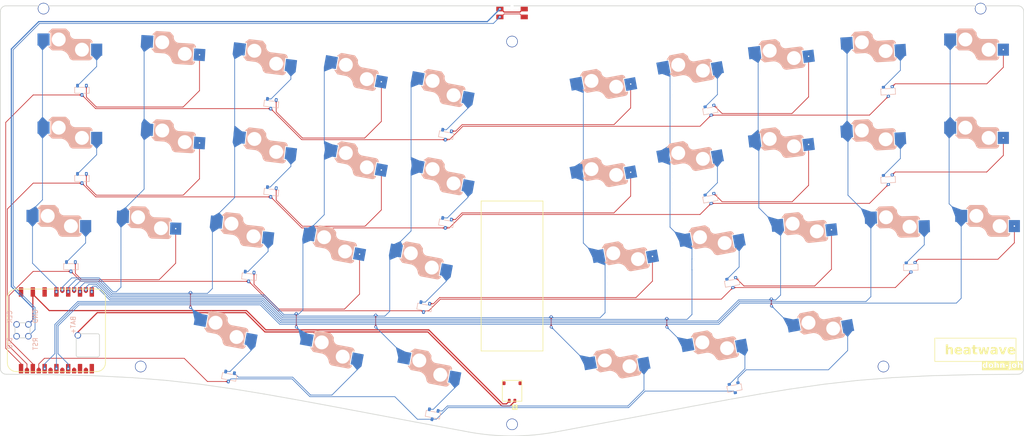
<source format=kicad_pcb>
(kicad_pcb (version 20241229) (generator "pcbnew") (generator_version "9.0")
  (title_block (title "prod") (rev "v1.0.0") (company "Unknown"))
  (layers (0 "F.Cu" signal) (2 "B.Cu" signal) (13 "F.Paste" user) (15 "B.Paste" user) (5 "F.SilkS" user "F.Silkscreen") (7 "B.SilkS" user "B.Silkscreen") (1 "F.Mask" user) (3 "B.Mask" user) (25 "Edge.Cuts" user))
  (net 0 "")
  (net 1 "R1")
  (net 2 "R3")
  (net 3 "C8")
  (net 4 "C9")
  (net 5 "C10")
  (net 6 "P0.05")
  (net 7 "P1.11")
  (net 8 "C7")
  (net 9 "C5")
  (net 10 "C3")
  (net 11 "C1")
  (net 12 "3V3")
  (net 13 "GND")
  (net 14 "5V")
  (net 15 "R2")
  (net 16 "R4")
  (net 17 "P1.01")
  (net 18 "P0.09")
  (net 19 "P0.10")
  (net 20 "C6")
  (net 21 "C4")
  (net 22 "C2")
  (net 23 "DIO")
  (net 24 "CLK")
  (net 25 "RST")
  (net 26 "BAT+")
  (net 27 "flex_thumb")
  (net 28 "mirror_flex_thumb")
  (net 29 "w_top")
  (net 30 "e_top")
  (net 31 "r_top")
  (net 32 "t_top")
  (net 33 "mirror_w_top")
  (net 34 "mirror_e_top")
  (net 35 "mirror_r_top")
  (net 36 "mirror_t_top")
  (net 37 "s_home")
  (net 38 "d_home")
  (net 39 "f_home")
  (net 40 "g_home")
  (net 41 "mirror_s_home")
  (net 42 "mirror_d_home")
  (net 43 "mirror_f_home")
  (net 44 "mirror_g_home")
  (net 45 "z_bottom")
  (net 46 "x_bottom")
  (net 47 "c_bottom")
  (net 48 "v_bottom")
  (net 49 "b_bottom")
  (net 50 "mirror_z_bottom")
  (net 51 "mirror_x_bottom")
  (net 52 "mirror_c_bottom")
  (net 53 "mirror_v_bottom")
  (net 54 "mirror_b_bottom")
  (net 55 "base_thumb")
  (net 56 "mirror_base_thumb")
  (net 57 "q_top")
  (net 58 "mirror_q_top")
  (net 59 "a_home")
  (net 60 "mirror_a_home")
  (net 61 "ext_thumb")
  (net 62 "mirror_ext_thumb")
  (footprint "sw_choc_1u" (layer "F.Cu") (at 120.53652 45.960283 10.5)
    (property "Reference" "SW28" (hide yes))
    (property "Value" "")
  )
  (footprint "sw_choc_1u" (layer "F.Cu") (at 60.770097 24.365756 -10.5)
    (property "Reference" "SW13" (hide yes))
    (property "Value" "")
  )
  (footprint "pcb_shape" (layer "F.Cu") (at 0 0)
    (property "Reference" "EC1" (hide yes))
    (property "Value" "")
    (fp_line (start -12.575 -11.949998) (end -12.575 64.911298) (stroke (width 0.15)) (layer "Edge.Cuts"))
    (fp_line (start -11.326101 66.161299) (end -1.03077 66.261528) (stroke (width 0.15)) (layer "Edge.Cuts"))
    (fp_line (start -11.324999 -13.2) (end 206.6232 -13.2) (stroke (width 0.15)) (layer "Edge.Cuts"))
    (fp_line (start -1.03077 66.261528) (end 7.901166 66.498377) (stroke (width 0.15)) (layer "Edge.Cuts"))
    (fp_line (start 7.901166 66.498377) (end 15.872508 66.901151) (stroke (width 0.15)) (layer "Edge.Cuts"))
    (fp_line (start 15.872508 66.901151) (end 23.281004 67.49891) (stroke (width 0.15)) (layer "Edge.Cuts"))
    (fp_line (start 23.281004 67.49891) (end 30.51736 68.319453) (stroke (width 0.15)) (layer "Edge.Cuts"))
    (fp_line (start 30.51736 68.319453) (end 37.971492 69.388457) (stroke (width 0.15)) (layer "Edge.Cuts"))
    (fp_line (start 37.971492 69.388457) (end 44.23959 70.419299) (stroke (width 0.15)) (layer "Edge.Cuts"))
    (fp_line (start 44.23959 70.419299) (end 51.08305 71.632118) (stroke (width 0.15)) (layer "Edge.Cuts"))
    (fp_line (start 51.08305 71.632118) (end 58.700691 73.040555) (stroke (width 0.15)) (layer "Edge.Cuts"))
    (fp_line (start 58.700691 73.040555) (end 67.291954 74.658596) (stroke (width 0.15)) (layer "Edge.Cuts"))
    (fp_line (start 67.291954 74.658596) (end 77.056506 76.500462) (stroke (width 0.15)) (layer "Edge.Cuts"))
    (fp_line (start 77.056506 76.500462) (end 88.193036 78.580246) (stroke (width 0.15)) (layer "Edge.Cuts"))
    (fp_line (start 118.241693 76.500462) (end 107.105152 78.580248) (stroke (width 0.15)) (layer "Edge.Cuts"))
    (fp_line (start 128.006245 74.658596) (end 118.241693 76.500462) (stroke (width 0.15)) (layer "Edge.Cuts"))
    (fp_line (start 136.597508 73.040555) (end 128.006245 74.658596) (stroke (width 0.15)) (layer "Edge.Cuts"))
    (fp_line (start 144.215149 71.632118) (end 136.597508 73.040555) (stroke (width 0.15)) (layer "Edge.Cuts"))
    (fp_line (start 151.058609 70.419299) (end 144.215149 71.632118) (stroke (width 0.15)) (layer "Edge.Cuts"))
    (fp_line (start 157.326707 69.388457) (end 151.058609 70.419299) (stroke (width 0.15)) (layer "Edge.Cuts"))
    (fp_line (start 164.780839 68.319453) (end 157.326707 69.388457) (stroke (width 0.15)) (layer "Edge.Cuts"))
    (fp_line (start 172.017195 67.49891) (end 164.780839 68.319453) (stroke (width 0.15)) (layer "Edge.Cuts"))
    (fp_line (start 179.425691 66.901151) (end 172.017195 67.49891) (stroke (width 0.15)) (layer "Edge.Cuts"))
    (fp_line (start 187.397033 66.498377) (end 179.425691 66.901151) (stroke (width 0.15)) (layer "Edge.Cuts"))
    (fp_line (start 196.328969 66.261528) (end 187.397033 66.498377) (stroke (width 0.15)) (layer "Edge.Cuts"))
    (fp_line (start 206.624415 66.161298) (end 196.328969 66.261528) (stroke (width 0.15)) (layer "Edge.Cuts"))
    (fp_line (start 207.8732 -11.95) (end 207.873199 64.9113) (stroke (width 0.15)) (layer "Edge.Cuts"))
    (fp_arc (start -12.575 -11.95) (mid -12.208883 -12.833883) (end -11.325 -13.2) (stroke (width 0.15)) (layer "Edge.Cuts"))
    (fp_arc (start -11.326101 66.1613) (mid -12.209662 65.794405) (end -12.575 64.910199) (stroke (width 0.15)) (layer "Edge.Cuts"))
    (fp_arc (start 107.105152 78.580248) (mid 97.649454 79.44917) (end 88.193744 78.580377) (stroke (width 0.15)) (layer "Edge.Cuts"))
    (fp_arc (start 206.6232 -13.2) (mid 207.507083 -12.833883) (end 207.8732 -11.95) (stroke (width 0.15)) (layer "Edge.Cuts"))
    (fp_arc (start 207.8732 64.9113) (mid 207.507083 65.795183) (end 206.6232 66.1613) (stroke (width 0.15)) (layer "Edge.Cuts"))
  )
  (footprint "sw_choc_1u" (layer "F.Cu") (at 21.937242 19.597681 -3.5)
    (property "Reference" "SW11" (hide yes))
    (property "Value" "")
  )
  (footprint "mounting_hole" (layer "F.Cu") (at 97.6491 -5.5)
    (property "Reference" "H2" (hide yes))
    (property "Value" "")
  )
  (footprint "sw_choc_1u" (layer "F.Cu") (at 41.426508 2.388493 -7)
    (property "Reference" "SW4" (hide yes))
    (property "Value" "")
  )
  (footprint "sw_choc_1u" (layer "F.Cu") (at 115.846259 8.828231 10.5)
    (property "Reference" "SW10" (hide yes))
    (property "Value" "")
  )
  (footprint "sw_choc_1.25u" (layer "F.Cu") (at 0 0)
    (property "Reference" "SW31" (hide yes))
    (property "Value" "")
  )
  (footprint "sw_choc_1u" (layer "F.Cu") (at 74.761679 45.960283 -10.5)
    (property "Reference" "SW23" (hide yes))
    (property "Value" "")
  )
  (footprint "mounting_hole" (layer "F.Cu") (at 97.6491 76.949)
    (property "Reference" "H5" (hide yes))
    (property "Value" "")
  )
  (footprint "sw_choc_1u" (layer "F.Cu") (at 153.871691 21.388493 7)
    (property "Reference" "SW16" (hide yes))
    (property "Value" "")
  )
  (footprint "sw_choc_1u" (layer "F.Cu") (at 158.722661 39.648093 6.125)
    (property "Reference" "SW26" (hide yes))
    (property "Value" "")
  )
  (footprint "sw_choc_1.25u" (layer "F.Cu") (at 195.298199 19)
    (property "Reference" "SW34" (hide yes))
    (property "Value" "")
  )
  (footprint "sw_choc_1u" (layer "F.Cu") (at 173.360957 0.59768 3.5)
    (property "Reference" "SW7" (hide yes))
    (property "Value" "")
  )
  (footprint "sw_choc_1u" (layer "F.Cu") (at 21.937242 0.59768 -3.5)
    (property "Reference" "SW3" (hide yes))
    (property "Value" "")
  )
  (footprint "sw_choc_1u" (layer "F.Cu") (at 173.360957 19.597681 3.5)
    (property "Reference" "SW15" (hide yes))
    (property "Value" "")
  )
  (footprint "conn_molex_pico_front" (layer "F.Cu") (at 97.6491 70 180)
    (property "Reference" "XX2" (hide yes))
    (property "Value" "")
  )
  (footprint "sw_choc_1u" (layer "F.Cu") (at 134.528102 24.365756 10.5)
    (property "Reference" "SW17" (hide yes))
    (property "Value" "")
  )
  (footprint "sw_choc_1.25u" (layer "F.Cu") (at 76.587554 69.04644 -10.5)
    (property "Reference" "SW35" (hide yes))
    (property "Value" "")
  )
  (footprint "sw_choc_1u" (layer "F.Cu") (at 60.770097 5.365756 -10.5)
    (property "Reference" "SW5" (hide yes))
    (property "Value" "")
  )
  (footprint "sw_choc_1u" (layer "F.Cu") (at 79.45194 27.828231 -10.5)
    (property "Reference" "SW14" (hide yes))
    (property "Value" "")
  )
  (footprint "sw_choc_1u" (layer "F.Cu") (at 56.079836 42.497808 -10.5)
    (property "Reference" "SW22" (hide yes))
    (property "Value" "")
  )
  (footprint "mounting_hole" (layer "F.Cu") (at 17.6491 64.5)
    (property "Reference" "H4" (hide yes))
    (property "Value" "")
  )
  (footprint "sw_choc_1u" (layer "F.Cu") (at 16.910685 38.294547 -1.75)
    (property "Reference" "SW20" (hide yes))
    (property "Value" "")
  )
  (footprint "sw_choc_1u" (layer "F.Cu") (at 134.528102 5.365756 10.5)
    (property "Reference" "SW9" (hide yes))
    (property "Value" "")
  )
  (footprint "choc" (layer "F.Cu") (at 162.588395 60.91418 10.5)
    (property "Reference" "SW2" (hide yes))
    (property "Value" "")
  )
  (footprint "xiao_plus_smd_prod" (layer "F.Cu") (at -0.4995 56.7 90)
    (property "Reference" "MCU1" (hide yes))
    (property "Value" "")
    (fp_line (start -1.244 -8.9275) (end 1.244 -8.9275) (stroke (width 0.15)) (layer "Edge.Cuts"))
    (fp_line (start 1.625 -8.5465) (end 1.625 -6.0585) (stroke (width 0.15)) (layer "Edge.Cuts"))
    (fp_line (start -1.625 -6.0585) (end -1.625 -8.5465) (stroke (width 0.15)) (layer "Edge.Cuts"))
    (fp_line (start 1.244 -5.6775) (end -1.244 -5.6775) (stroke (width 0.15)) (layer "Edge.Cuts"))
    (fp_line (start -5.35692 4.2702) (end -1.11892 4.2702) (stroke (width 0.15)) (layer "Edge.Cuts"))
    (fp_line (start -0.73792 4.6512) (end -0.73792 8.8892) (stroke (width 0.15)) (layer "Edge.Cuts"))
    (fp_line (start -5.73792 8.8892) (end -5.73792 4.6512) (stroke (width 0.15)) (layer "Edge.Cuts"))
    (fp_line (start -1.11892 9.2702) (end -5.35692 9.2702) (stroke (width 0.15)) (layer "Edge.Cuts"))
    (fp_arc (start 1.244 -8.9275) (mid 1.513408 -8.815908) (end 1.625 -8.5465) (stroke (width 0.15)) (layer "Edge.Cuts"))
    (fp_arc (start -1.625 -8.5465) (mid -1.513408 -8.815908) (end -1.244 -8.9275) (stroke (width 0.15)) (layer "Edge.Cuts"))
    (fp_arc (start 1.625 -6.0585) (mid 1.513408 -5.789092) (end 1.244 -5.6775) (stroke (width 0.15)) (layer "Edge.Cuts"))
    (fp_arc (start -1.244 -5.6775) (mid -1.513408 -5.789093) (end -1.624999 -6.058501) (stroke (width 0.15)) (layer "Edge.Cuts"))
    (fp_arc (start -1.11892 4.2702) (mid -0.849512 4.381792) (end -0.73792 4.6512) (stroke (width 0.15)) (layer "Edge.Cuts"))
    (fp_arc (start -5.73792 4.6512) (mid -5.626328 4.381792) (end -5.35692 4.2702) (stroke (width 0.15)) (layer "Edge.Cuts"))
    (fp_arc (start -0.73792 8.8892) (mid -0.849512 9.158608) (end -1.11892 9.2702) (stroke (width 0.15)) (layer "Edge.Cuts"))
    (fp_arc (start -5.35692 9.2702) (mid -5.626328 9.158608) (end -5.73792 8.8892) (stroke (width 0.15)) (layer "Edge.Cuts"))
  )
  (footprint "sw_reset_side" (layer "F.Cu") (at 97.6491 -11.65)
    (property "Reference" "XX1" (hide yes))
    (property "Value" "")
  )
  (footprint "sw_choc_1u" (layer "F.Cu") (at -2.375 38)
    (property "Reference" "SW19" (hide yes))
    (property "Value" "")
  )
  (footprint "sw_choc_1u" (layer "F.Cu") (at 79.45194 8.828231 -10.5)
    (property "Reference" "SW6" (hide yes))
    (property "Value" "")
  )
  (footprint "sw_choc_1u" (layer "F.Cu") (at 139.218364 42.497808 10.5)
    (property "Reference" "SW27" (hide yes))
    (property "Value" "")
  )
  (footprint "sw_choc_1.25u" (layer "F.Cu") (at 195.298199 0)
    (property "Reference" "SW32" (hide yes))
    (property "Value" "")
  )
  (footprint "sw_choc_1u" (layer "F.Cu") (at 178.387514 38.294547 1.75)
    (property "Reference" "SW25" (hide yes))
    (property "Value" "")
  )
  (footprint "sw_choc_1.25u" (layer "F.Cu") (at 118.710645 69.04644 10.5)
    (property "Reference" "SW36" (hide yes))
    (property "Value" "")
  )
  (footprint "sw_choc_1u" (layer "F.Cu") (at 41.426508 21.388493 -7)
    (property "Reference" "SW12" (hide yes))
    (property "Value" "")
  )
  (footprint "sw_choc_1u" (layer "F.Cu") (at 115.846259 27.828231 10.5)
    (property "Reference" "SW18" (hide yes))
    (property "Value" "")
  )
  (footprint "sw_choc_1u" (layer "F.Cu") (at 36.575538 39.648093 -6.125)
    (property "Reference" "SW21" (hide yes))
    (property "Value" "")
  )
  (footprint "mounting_hole" (layer "F.Cu") (at 198.5732 -12.6)
    (property "Reference" "H3" (hide yes))
    (property "Value" "")
  )
  (footprint "mounting_hole" (layer "F.Cu") (at 177.6491 64.5)
    (property "Reference" "H6" (hide yes))
    (property "Value" "")
  )
  (footprint "mounting_hole" (layer "F.Cu") (at -3.275 -12.6)
    (property "Reference" "H1" (hide yes))
    (property "Value" "")
  )
  (footprint "sw_choc_1u" (layer "F.Cu") (at 153.871691 2.388493 7)
    (property "Reference" "SW8" (hide yes))
    (property "Value" "")
  )
  (footprint "sw_choc_1u" (layer "F.Cu") (at 197.673199 38)
    (property "Reference" "SW24" (hide yes))
    (property "Value" "")
  )
  (footprint "sw_choc_1u" (layer "F.Cu") (at 55.57048 65.151156 -10.5)
    (property "Reference" "SW29" (hide yes))
    (property "Value" "")
  )
  (footprint "sw_choc_1u" (layer "F.Cu") (at 139.727719 65.151156 10.5)
    (property "Reference" "SW30" (hide yes))
    (property "Value" "")
  )
  (footprint "sw_choc_1.25u" (layer "F.Cu") (at 0 19)
    (property "Reference" "SW33" (hide yes))
    (property "Value" "")
  )
  (footprint "choc" (layer "F.Cu") (at 32.709804 60.91418 -10.5)
    (property "Reference" "SW1" (hide yes))
    (property "Value" "")
  )
  (footprint "SOT-23" (layer "B.Cu") (at 45.779892 26.96057 173)
    (property "Reference" "D5" (hide yes))
    (property "Value" "")
  )
  (footprint "SOT-23" (layer "B.Cu") (at 83.457037 14.655683 169.5)
    (property "Reference" "D3" (hide yes))
    (property "Value" "")
  )
  (footprint "SOT-23" (layer "B.Cu") (at 36.714901 66.741632 169.5)
    (property "Reference" "D10" (hide yes))
    (property "Value" "")
  )
  (footprint "SOT-23" (layer "B.Cu") (at 178.656874 24.283112 -176.5)
    (property "Reference" "D14" (hide yes))
    (property "Value" "")
  )
  (footprint "SOT-23" (layer "B.Cu") (at 140.355554 9.370853 -169.5)
    (property "Reference" "D13" (hide yes))
    (property "Value" "")
  )
  (footprint "SOT-23" (layer "B.Cu") (at 178.656874 5.283112 -176.5)
    (property "Reference" "D12" (hide yes))
    (property "Value" "")
  )
  (footprint "SOT-23" (layer "B.Cu") (at 80.592651 74.873893 169.5)
    (property "Reference" "D11" (hide yes))
    (property "Value" "")
  )
  (footprint "SOT-23" (layer "B.Cu") (at 5 5 180)
    (property "Reference" "D1" (hide yes))
    (property "Value" "")
  )
  (footprint "SOT-23" (layer "B.Cu") (at 145.555171 69.156253 -169.5)
    (property "Reference" "D18" (hide yes))
    (property "Value" "")
  )
  (footprint "SOT-23" (layer "B.Cu") (at 2.625 43 180)
    (property "Reference" "D7" (hide yes))
    (property "Value" "")
  )
  (footprint "SOT-23" (layer "B.Cu") (at 41.013505 45.15304 173.875)
    (property "Reference" "D8" (hide yes))
    (property "Value" "")
  )
  (footprint "SOT-23" (layer "B.Cu") (at 140.355554 28.370853 -169.5)
    (property "Reference" "D15" (hide yes))
    (property "Value" "")
  )
  (footprint "SOT-23" (layer "B.Cu") (at 78.766776 51.787735 169.5)
    (property "Reference" "D9" (hide yes))
    (property "Value" "")
  )
  (footprint "SOT-23" (layer "B.Cu") (at 45.779892 7.96057 173)
    (property "Reference" "D2" (hide yes))
    (property "Value" "")
  )
  (footprint "SOT-23" (layer "B.Cu") (at 183.537875 43.139522 -178.25)
    (property "Reference" "D16" (hide yes))
    (property "Value" "")
  )
  (footprint "SOT-23" (layer "B.Cu") (at 83.457037 33.655683 169.5)
    (property "Reference" "D6" (hide yes))
    (property "Value" "")
  )
  (footprint "SOT-23" (layer "B.Cu") (at 145.045816 46.502905 -169.5)
    (property "Reference" "D17" (hide yes))
    (property "Value" "")
  )
  (footprint "SOT-23" (layer "B.Cu") (at 5 24 180)
    (property "Reference" "D4" (hide yes))
    (property "Value" "")
  )
  (gr_line (start 104.2991 28.85) (end 90.9991 28.85) (stroke (width 0.15)) (layer "F.SilkS"))
  (gr_line (start 104.2991 61.15) (end 104.2991 28.85) (stroke (width 0.15)) (layer "F.SilkS"))
  (gr_line (start 90.9991 28.85) (end 90.9991 61.15) (stroke (width 0.15)) (layer "F.SilkS"))
  (gr_rect (start 188.7 58.4) (end 206.2 63.4) (stroke (width 0.15)) (fill no) (layer "F.SilkS"))
  (gr_line (start 90.9991 61.15) (end 104.2991 61.15) (stroke (width 0.15)) (layer "F.SilkS"))
  (gr_text "dohn-joh" (at 198.94425 64.99 0) (layer "F.SilkS" knockout) (effects (font (size 1.25 1.25) (thickness 0.3) (bold yes)) (justify left bottom)))
  (gr_text "heatwave" (at 190.85 62.2 0) (layer "F.SilkS") (effects (font (size 2 2) (thickness 0.3) (bold yes) (italic yes)) (justify left bottom)))
  (segment (start 45.658023 8.953116) (end 52.343845 15.638938) (width 0.15) (layer "F.Cu") (net 1))
  (segment (start 174.645062 10.354108) (end 178.717923 6.281247) (width 0.15) (layer "F.Cu") (net 1))
  (segment (start -11.417661 60.582339) (end -8.116 63.884) (width 0.15) (layer "F.Cu") (net 1))
  (segment (start -5.5 6) (end -11.417661 11.917661) (width 0.15) (layer "F.Cu") (net 1))
  (segment (start -8.116 63.884) (end -8.116 64.955) (width 0.15) (layer "F.Cu") (net 1))
  (segment (start 5 6) (end 7.953116 8.953116) (width 0.15) (layer "F.Cu") (net 1))
  (segment (start 84.161062 15.638938) (end 87.049 12.751) (width 0.15) (layer "F.Cu") (net 1))
  (segment (start 52.343845 15.638938) (end 83.274801 15.638938) (width 0.15) (layer "F.Cu") (net 1))
  (segment (start 83.274801 15.638938) (end 84.161062 15.638938) (width 0.15) (layer "F.Cu") (net 1))
  (segment (start 140.53779 10.354108) (end 174.645062 10.354108) (width 0.15) (layer "F.Cu") (net 1))
  (segment (start 87.049 12.751) (end 138.140898 12.751) (width 0.15) (layer "F.Cu") (net 1))
  (segment (start 138.140898 12.751) (end 140.53779 10.354108) (width 0.15) (layer "F.Cu") (net 1))
  (segment (start -11.417661 11.917661) (end -11.417661 60.582339) (width 0.15) (layer "F.Cu") (net 1))
  (segment (start 5 6) (end -5.5 6) (width 0.15) (layer "F.Cu") (net 1))
  (segment (start 7.953116 8.953116) (end 45.658023 8.953116) (width 0.15) (layer "F.Cu") (net 1))
  (via (at 5 6) (size 0.6) (drill 0.3) (layers "F.Cu" "B.Cu") (net 1))
  (via (at 83.274801 15.638938) (size 0.6) (drill 0.3) (layers "F.Cu" "B.Cu") (net 1))
  (via (at 45.658023 8.953116) (size 0.6) (drill 0.3) (layers "F.Cu" "B.Cu") (net 1))
  (via (at 140.53779 10.354108) (size 0.6) (drill 0.3) (layers "F.Cu" "B.Cu") (net 1))
  (via (at 178.717923 6.281247) (size 0.6) (drill 0.3) (layers "F.Cu" "B.Cu") (net 1))
  (segment (start 82.2 50) (end 79.712646 52.487354) (width 0.15) (layer "F.Cu") (net 2))
  (segment (start -5.5 44) (end -10.715661 49.215661) (width 0.15) (layer "F.Cu") (net 2))
  (segment (start 79.712646 52.487354) (end 78.868176 52.487354) (width 0.15) (layer "F.Cu") (net 2))
  (segment (start 4.772331 46.147331) (end 40.906807 46.147331) (width 0.15) (layer "F.Cu") (net 2))
  (segment (start 142.714212 50) (end 82.2 50) (width 0.15) (layer "F.Cu") (net 2))
  (segment (start 2.625 44) (end 4.772331 46.147331) (width 0.15) (layer "F.Cu") (net 2))
  (segment (start 145.228052 47.48616) (end 142.714212 50) (width 0.15) (layer "F.Cu") (net 2))
  (segment (start 78.868176 52.487354) (end 78.58454 52.77099) (width 0.15) (layer "F.Cu") (net 2))
  (segment (start 40.906807 46.147331) (end 47.24683 52.487354) (width 0.15) (layer "F.Cu") (net 2))
  (segment (start 2.625 44) (end -5.5 44) (width 0.15) (layer "F.Cu") (net 2))
  (segment (start 145.228052 47.48616) (end 180.22131 47.48616) (width 0.15) (layer "F.Cu") (net 2))
  (segment (start -5.576 63.924) (end -5.576 64.955) (width 0.15) (layer "F.Cu") (net 2))
  (segment (start 180.22131 47.48616) (end 183.568414 44.139056) (width 0.15) (layer "F.Cu") (net 2))
  (segment (start 47.24683 52.487354) (end 78.300904 52.487354) (width 0.15) (layer "F.Cu") (net 2))
  (segment (start -10.715661 49.215661) (end -10.715661 58.784339) (width 0.15) (layer "F.Cu") (net 2))
  (segment (start -10.715661 58.784339) (end -5.576 63.924) (width 0.15) (layer "F.Cu") (net 2))
  (segment (start 78.300904 52.487354) (end 78.58454 52.77099) (width 0.15) (layer "F.Cu") (net 2))
  (via (at 145.228052 47.48616) (size 0.6) (drill 0.3) (layers "F.Cu" "B.Cu") (net 2))
  (via (at 78.58454 52.77099) (size 0.6) (drill 0.3) (layers "F.Cu" "B.Cu") (net 2))
  (via (at 2.625 44) (size 0.6) (drill 0.3) (layers "F.Cu" "B.Cu") (net 2))
  (via (at 40.906807 46.147331) (size 0.6) (drill 0.3) (layers "F.Cu" "B.Cu") (net 2))
  (via (at 183.568414 44.139056) (size 0.6) (drill 0.3) (layers "F.Cu" "B.Cu") (net 2))
  (segment (start 153.5 49.925) (end 153.5 51.426) (width 0.15) (layer "F.Cu") (net 3))
  (via (at 153.5 49.925) (size 0.6) (drill 0.3) (layers "F.Cu" "B.Cu") (net 3))
  (via (at 153.5 51.426) (size 0.6) (drill 0.3) (layers "F.Cu" "B.Cu") (net 3))
  (via (at -3.036 64.955) (size 0.6) (drill 0.3) (layers "F.Cu" "B.Cu") (net 3))
  (segment (start 153.724 50.149) (end 153.5 49.925) (width 0.15) (layer "B.Cu") (net 3))
  (segment (start 146.458222 50.149) (end 141.909223 54.698) (width 0.15) (layer "B.Cu") (net 3))
  (segment (start 149.89598 15.881965) (end 150.666587 15.111358) (width 0.15) (layer "B.Cu") (net 3))
  (segment (start 154.451 50.149) (end 153.724 50.149) (width 0.15) (layer "B.Cu") (net 3))
  (segment (start 150.666587 15.111358) (end 150.666587 -2.347428) (width 0.15) (layer "B.Cu") (net 3))
  (segment (start 4.109224 50.498) (end -0.847 55.454224) (width 0.15) (layer "B.Cu") (net 3))
  (segment (start 150.8 30.298105) (end 154.583389 34.081494) (width 0.15) (layer "B.Cu") (net 3))
  (segment (start -0.847 61.747) (end -3.036 63.936) (width 0.15) (layer "B.Cu") (net 3))
  (segment (start 153.276 50.149) (end 146.458222 50.149) (width 0.15) (layer "B.Cu") (net 3))
  (segment (start 154.831504 34.081494) (end 155.5 34.74999) (width 0.15) (layer "B.Cu") (net 3))
  (segment (start 47.890776 54.698) (end 43.690776 50.498) (width 0.15) (layer "B.Cu") (net 3))
  (segment (start -0.847 55.454224) (end -0.847 61.747) (width 0.15) (layer "B.Cu") (net 3))
  (segment (start 154.583389 34.081494) (end 154.831504 34.081494) (width 0.15) (layer "B.Cu") (net 3))
  (segment (start 150.666587 -2.347428) (end 149.89598 -3.118035) (width 0.15) (layer "B.Cu") (net 3))
  (segment (start 157.760635 55.660635) (end 158.283934 55.660635) (width 0.15) (layer "B.Cu") (net 3))
  (segment (start 149.89598 15.881965) (end 150.8 16.785985) (width 0.15) (layer "B.Cu") (net 3))
  (segment (start 153.526 51.426) (end 157.760635 55.660635) (width 0.15) (layer "B.Cu") (net 3))
  (segment (start -3.036 63.936) (end -3.036 64.955) (width 0.15) (layer "B.Cu") (net 3))
  (segment (start 150.8 16.785985) (end 150.8 30.298105) (width 0.15) (layer "B.Cu") (net 3))
  (segment (start 141.909223 54.698) (end 47.890776 54.698) (width 0.15) (layer "B.Cu") (net 3))
  (segment (start 155.5 49.1) (end 154.451 50.149) (width 0.15) (layer "B.Cu") (net 3))
  (segment (start 43.690776 50.498) (end 4.109224 50.498) (width 0.15) (layer "B.Cu") (net 3))
  (segment (start 153.5 49.925) (end 153.276 50.149) (width 0.15) (layer "B.Cu") (net 3))
  (segment (start 155.5 34.74999) (end 155.5 49.1) (width 0.15) (layer "B.Cu") (net 3))
  (via (at -0.496 64.955) (size 0.6) (drill 0.3) (layers "F.Cu" "B.Cu") (net 4))
  (segment (start 173.9 50.5) (end 146.603611 50.5) (width 0.15) (layer "B.Cu") (net 4))
  (segment (start 142.054612 55.049) (end 47.745387 55.049) (width 0.15) (layer "B.Cu") (net 4))
  (segment (start 169.814683 -5.055432) (end 169.728827 -5.141288) (width 0.15) (layer "B.Cu") (net 4))
  (segment (start 169.814683 13.772857) (end 169.814683 -5.055432) (width 0.15) (layer "B.Cu") (net 4))
  (segment (start 4.254612 50.849) (end -0.496 55.599612) (width 0.15) (layer "B.Cu") (net 4))
  (segment (start 170 14.129886) (end 170 27.6) (width 0.15) (layer "B.Cu") (net 4))
  (segment (start -0.496 55.599612) (end -0.496 64.955) (width 0.15) (layer "B.Cu") (net 4))
  (segment (start 174.932337 32.447336) (end 174.932337 49.467663) (width 0.15) (layer "B.Cu") (net 4))
  (segment (start 169.728827 13.858713) (end 169.814683 13.772857) (width 0.15) (layer "B.Cu") (net 4))
  (segment (start 43.545388 50.849) (end 4.254612 50.849) (width 0.15) (layer "B.Cu") (net 4))
  (segment (start 169.728827 13.858713) (end 170 14.129886) (width 0.15) (layer "B.Cu") (net 4))
  (segment (start 174.847336 32.447336) (end 174.932337 32.447336) (width 0.15) (layer "B.Cu") (net 4))
  (segment (start 170 27.6) (end 174.847336 32.447336) (width 0.15) (layer "B.Cu") (net 4))
  (segment (start 174.932337 49.467663) (end 173.9 50.5) (width 0.15) (layer "B.Cu") (net 4))
  (segment (start 146.603611 50.5) (end 142.054612 55.049) (width 0.15) (layer "B.Cu") (net 4))
  (segment (start 47.745387 55.049) (end 43.545388 50.849) (width 0.15) (layer "B.Cu") (net 4))
  (via (at 2.044 64.955) (size 0.6) (drill 0.3) (layers "F.Cu" "B.Cu") (net 5))
  (segment (start 194.398199 49.801801) (end 193.349 50.851) (width 0.15) (layer "B.Cu") (net 5))
  (segment (start -0.145 61.755) (end 2.044 63.944) (width 0.15) (layer "B.Cu") (net 5))
  (segment (start 43.4 51.2) (end 4.4 51.2) (width 0.15) (layer "B.Cu") (net 5))
  (segment (start 2.044 63.944) (end 2.044 64.955) (width 0.15) (layer "B.Cu") (net 5))
  (segment (start 191.8 29.451801) (end 194.398199 32.05) (width 0.15) (layer "B.Cu") (net 5))
  (segment (start 47.599999 55.4) (end 43.4 51.2) (width 0.15) (layer "B.Cu") (net 5))
  (segment (start 191.8 13.273199) (end 191.8 29.451801) (width 0.15) (layer "B.Cu") (net 5))
  (segment (start -0.145 55.745) (end -0.145 61.755) (width 0.15) (layer "B.Cu") (net 5))
  (segment (start 192.023199 13.05) (end 191.8 13.273199) (width 0.15) (layer "B.Cu") (net 5))
  (segment (start 192.023199 13.05) (end 192.023199 -5.95) (width 0.15) (layer "B.Cu") (net 5))
  (segment (start 142.2 55.4) (end 47.599999 55.4) (width 0.15) (layer "B.Cu") (net 5))
  (segment (start 4.4 51.2) (end -0.145 55.745) (width 0.15) (layer "B.Cu") (net 5))
  (segment (start 194.398199 32.05) (end 194.398199 49.801801) (width 0.15) (layer "B.Cu") (net 5))
  (segment (start 193.349 50.851) (end 146.749 50.851) (width 0.15) (layer "B.Cu") (net 5))
  (segment (start 146.749 50.851) (end 142.2 55.4) (width 0.15) (layer "B.Cu") (net 5))
  (segment (start 130.975 54.123) (end 130.975 55.975) (width 0.15) (layer "F.Cu") (net 8))
  (via (at 130.975 55.975) (size 0.6) (drill 0.3) (layers "F.Cu" "B.Cu") (net 8))
  (via (at 7.124 48.445) (size 0.6) (drill 0.3) (layers "F.Cu" "B.Cu") (net 8))
  (via (at 130.975 54.123) (size 0.6) (drill 0.3) (layers "F.Cu" "B.Cu") (net 8))
  (segment (start 10.961446 50.147) (end 43.836164 50.147) (width 0.15) (layer "B.Cu") (net 8))
  (segment (start 131.68034 1.56891) (end 130.223641 0.112211) (width 0.15) (layer "B.Cu") (net 8))
  (segment (start 131.68034 17.21966) (end 131.68034 1.56891) (width 0.15) (layer "B.Cu") (net 8))
  (segment (start 8.014446 47.2) (end 10.961446 50.147) (width 0.15) (layer "B.Cu") (net 8))
  (segment (start 136.4 53.3) (end 135.353 54.347) (width 0.15) (layer "B.Cu") (net 8))
  (segment (start 134.444064 37.244263) (end 134.913903 37.244263) (width 0.15) (layer "B.Cu") (net 8))
  (segment (start 105.836412 54.348) (end 106.313588 54.348) (width 0.15) (layer "B.Cu") (net 8))
  (segment (start 131.199 54.347) (end 130.975 54.123) (width 0.15) (layer "B.Cu") (net 8))
  (segment (start 105.835412 54.347) (end 105.836412 54.348) (width 0.15) (layer "B.Cu") (net 8))
  (segment (start 135.353 54.347) (end 131.199 54.347) (width 0.15) (layer "B.Cu") (net 8))
  (segment (start 131.68034 20.56891) (end 131.68034 34.480539) (width 0.15) (layer "B.Cu") (net 8))
  (segment (start 106.314588 54.347) (end 130.751 54.347) (width 0.15) (layer "B.Cu") (net 8))
  (segment (start 130.223641 19.112211) (end 130.223641 18.676359) (width 0.15) (layer "B.Cu") (net 8))
  (segment (start 136.388364 41.325584) (end 136.388364 43.670032) (width 0.15) (layer "B.Cu") (net 8))
  (segment (start 133.9 58.9) (end 134.425647 58.9) (width 0.15) (layer "B.Cu") (net 8))
  (segment (start 130.751 54.347) (end 130.975 54.123) (width 0.15) (layer "B.Cu") (net 8))
  (segment (start 130.223641 18.676359) (end 131.68034 17.21966) (width 0.15) (layer "B.Cu") (net 8))
  (segment (start 131.68034 34.480539) (end 134.444064 37.244263) (width 0.15) (layer "B.Cu") (net 8))
  (segment (start 134.913903 37.244263) (end 136.4 38.73036) (width 0.15) (layer "B.Cu") (net 8))
  (segment (start 134.425647 58.9) (end 135.423258 59.897611) (width 0.15) (layer "B.Cu") (net 8))
  (segment (start 106.313588 54.348) (end 106.314588 54.347) (width 0.15) (layer "B.Cu") (net 8))
  (segment (start 130.223641 19.112211) (end 131.68034 20.56891) (width 0.15) (layer "B.Cu") (net 8))
  (segment (start 136.388364 43.670032) (end 136.4 43.681668) (width 0.15) (layer "B.Cu") (net 8))
  (segment (start 7.35 47.2) (end 8.014446 47.2) (width 0.15) (layer "B.Cu") (net 8))
  (segment (start 7.124 48.445) (end 7.124 47.426) (width 0.15) (layer "B.Cu") (net 8))
  (segment (start 136.4 41.313948) (end 136.388364 41.325584) (width 0.15) (layer "B.Cu") (net 8))
  (segment (start 48.036164 54.347) (end 105.835412 54.347) (width 0.15) (layer "B.Cu") (net 8))
  (segment (start 136.4 43.681668) (end 136.4 53.3) (width 0.15) (layer "B.Cu") (net 8))
  (segment (start 136.4 38.73036) (end 136.4 41.313948) (width 0.15) (layer "B.Cu") (net 8))
  (segment (start 7.124 47.426) (end 7.35 47.2) (width 0.15) (layer "B.Cu") (net 8))
  (segment (start 130.975 55.975) (end 133.9 58.9) (width 0.15) (layer "B.Cu") (net 8))
  (segment (start 43.836164 50.147) (end 48.036164 54.347) (width 0.15) (layer "B.Cu") (net 8))
  (segment (start 68.275 53.421) (end 68.275 55.975) (width 0.15) (layer "F.Cu") (net 9))
  (via (at 68.275 53.421) (size 0.6) (drill 0.3) (layers "F.Cu" "B.Cu") (net 9))
  (via (at 68.275 55.975) (size 0.6) (drill 0.3) (layers "F.Cu" "B.Cu") (net 9))
  (via (at 4.584 48.445) (size 0.6) (drill 0.3) (layers "F.Cu" "B.Cu") (net 9))
  (segment (start 71.3 40.838916) (end 72.625821 39.513095) (width 0.15) (layer "B.Cu") (net 9))
  (segment (start 72.625821 38.574179) (end 72.625821 39.513095) (width 0.15) (layer "B.Cu") (net 9))
  (segment (start 70.255 53.645) (end 71.3 52.6) (width 0.15) (layer "B.Cu") (net 9))
  (segment (start 75.9 35.3) (end 72.625821 38.574179) (width 0.15) (layer "B.Cu") (net 9))
  (segment (start 68.499 53.645) (end 70.255 53.645) (width 0.15) (layer "B.Cu") (net 9))
  (segment (start 75.9 3.797125) (end 77.316082 2.381043) (width 0.15) (layer "B.Cu") (net 9))
  (segment (start 68.275 53.421) (end 68.051 53.645) (width 0.15) (layer "B.Cu") (net 9))
  (segment (start 77.316082 21.381043) (end 75.9 19.964961) (width 0.15) (layer "B.Cu") (net 9))
  (segment (start 11.252224 49.445) (end 8.260225 46.453) (width 0.15) (layer "B.Cu") (net 9))
  (segment (start 44.12694 49.445) (end 11.252224 49.445) (width 0.15) (layer "B.Cu") (net 9))
  (segment (start 68.051 53.645) (end 48.326941 53.645) (width 0.15) (layer "B.Cu") (net 9))
  (segment (start 4.584 47.416) (end 4.584 48.445) (width 0.15) (layer "B.Cu") (net 9))
  (segment (start 68.275 53.421) (end 68.499 53.645) (width 0.15) (layer "B.Cu") (net 9))
  (segment (start 68.275 55.975) (end 74.451696 62.151696) (width 0.15) (layer "B.Cu") (net 9))
  (segment (start 75.9 19.964961) (end 75.9 3.797125) (width 0.15) (layer "B.Cu") (net 9))
  (segment (start 75.9 22.797125) (end 75.9 35.3) (width 0.15) (layer "B.Cu") (net 9))
  (segment (start 74.451696 62.151696) (end 74.451696 62.599252) (width 0.15) (layer "B.Cu") (net 9))
  (segment (start 71.3 52.6) (end 71.3 40.838916) (width 0.15) (layer "B.Cu") (net 9))
  (segment (start 8.260225 46.453) (end 5.547 46.453) (width 0.15) (layer "B.Cu") (net 9))
  (segment (start 48.326941 53.645) (end 44.12694 49.445) (width 0.15) (layer "B.Cu") (net 9))
  (segment (start 5.547 46.453) (end 4.584 47.416) (width 0.15) (layer "B.Cu") (net 9))
  (segment (start 77.316082 21.381043) (end 75.9 22.797125) (width 0.15) (layer "B.Cu") (net 9))
  (segment (start 28.375 48.519) (end 28.375 51.775) (width 0.15) (layer "F.Cu") (net 10))
  (via (at 2.044 48.445) (size 0.6) (drill 0.3) (layers "F.Cu" "B.Cu") (net 10))
  (via (at 28.375 48.519) (size 0.6) (drill 0.3) (layers "F.Cu" "B.Cu") (net 10))
  (via (at 28.375 51.775) (size 0.6) (drill 0.3) (layers "F.Cu" "B.Cu") (net 10))
  (segment (start 33.1 47.7) (end 33.1 34.236709) (width 0.15) (layer "B.Cu") (net 10))
  (segment (start 28.375 48.519) (end 28.599 48.743) (width 0.15) (layer "B.Cu") (net 10))
  (segment (start 33.954086 32.045914) (end 33.954086 33.382623) (width 0.15) (layer "B.Cu") (net 10))
  (segment (start 37.9 15.7) (end 37.9 28.1) (width 0.15) (layer "B.Cu") (net 10))
  (segment (start 28.151 48.743) (end 11.543 48.743) (width 0.15) (layer "B.Cu") (net 10))
  (segment (start 8.551 45.751) (end 3.749 45.751) (width 0.15) (layer "B.Cu") (net 10))
  (segment (start 38.516279 15.083721) (end 37.9 15.7) (width 0.15) (layer "B.Cu") (net 10))
  (segment (start 38.901042 15.083721) (end 38.516279 15.083721) (width 0.15) (layer "B.Cu") (net 10))
  (segment (start 11.543 48.743) (end 8.551 45.751) (width 0.15) (layer "B.Cu") (net 10))
  (segment (start 30.573946 53.973946) (end 30.573946 54.466992) (width 0.15) (layer "B.Cu") (net 10))
  (segment (start 28.375 51.775) (end 30.573946 53.973946) (width 0.15) (layer "B.Cu") (net 10))
  (segment (start 28.599 48.743) (end 32.057 48.743) (width 0.15) (layer "B.Cu") (net 10))
  (segment (start 37.9 -2.915237) (end 37.9 14.082679) (width 0.15) (layer "B.Cu") (net 10))
  (segment (start 2.044 47.456) (end 2.044 48.445) (width 0.15) (layer "B.Cu") (net 10))
  (segment (start 37.9 28.1) (end 33.954086 32.045914) (width 0.15) (layer "B.Cu") (net 10))
  (segment (start 3.749 45.751) (end 2.044 47.456) (width 0.15) (layer "B.Cu") (net 10))
  (segment (start 37.9 14.082679) (end 38.901042 15.083721) (width 0.15) (layer "B.Cu") (net 10))
  (segment (start 32.057 48.743) (end 33.1 47.7) (width 0.15) (layer "B.Cu") (net 10))
  (segment (start 28.375 48.519) (end 28.151 48.743) (width 0.15) (layer "B.Cu") (net 10))
  (segment (start 33.1 34.236709) (end 33.954086 33.382623) (width 0.15) (layer "B.Cu") (net 10))
  (segment (start 38.901042 -3.916279) (end 37.9 -2.915237) (width 0.15) (layer "B.Cu") (net 10))
  (via (at -0.496 48.445) (size 0.6) (drill 0.3) (layers "F.Cu" "B.Cu") (net 11))
  (segment (start -3.5 13.275) (end -3.5 28.6) (width 0.15) (layer "B.Cu") (net 11))
  (segment (start -3.5 28.6) (end -5.65 30.75) (width 0.15) (layer "B.Cu") (net 11))
  (segment (start -5.65 42.25) (end -0.496 47.404) (width 0.15) (layer "B.Cu") (net 11))
  (segment (start -3.275 13.05) (end -3.5 12.825) (width 0.15) (layer "B.Cu") (net 11))
  (segment (start -3.5 12.825) (end -3.5 -5.725) (width 0.15) (layer "B.Cu") (net 11))
  (segment (start -3.5 -5.725) (end -3.275 -5.95) (width 0.15) (layer "B.Cu") (net 11))
  (segment (start -5.65 30.75) (end -5.65 32.05) (width 0.15) (layer "B.Cu") (net 11))
  (segment (start -3.275 13.05) (end -3.5 13.275) (width 0.15) (layer "B.Cu") (net 11))
  (segment (start -5.65 32.05) (end -5.65 42.25) (width 0.15) (layer "B.Cu") (net 11))
  (segment (start -0.496 47.404) (end -0.496 48.445) (width 0.15) (layer "B.Cu") (net 11))
  (segment (start 95.3 -12.5) (end 95.949 -11.851) (width 0.25) (layer "F.Cu") (net 13))
  (segment (start -5.576 48.924) (end -5.576 48.445) (width 0.25) (layer "F.Cu") (net 13))
  (segment (start 95.649 72.549) (end 79.7 56.6) (width 0.25) (layer "F.Cu") (net 13))
  (segment (start -2.051 52.449) (end -5.576 48.924) (width 0.25) (layer "F.Cu") (net 13))
  (segment (start -5.576 54.474) (end -6.532 55.43) (width 0.25) (layer "F.Cu") (net 13))
  (segment (start 97.0491 71.875) (end 97.0491 71.9509) (width 0.25) (layer "F.Cu") (net 13))
  (segment (start 40.449 52.449) (end -2.051 52.449) (width 0.25) (layer "F.Cu") (net 13))
  (segment (start 96.451 72.549) (end 95.649 72.549) (width 0.25) (layer "F.Cu") (net 13))
  (segment (start 97.0491 71.9509) (end 96.451 72.549) (width 0.25) (layer "F.Cu") (net 13))
  (segment (start 44.6 56.6) (end 40.449 52.449) (width 0.25) (layer "F.Cu") (net 13))
  (segment (start 95.949 -11.851) (end 99.351 -11.851) (width 0.25) (layer "F.Cu") (net 13))
  (segment (start 95.0241 -12.5) (end 95.3 -12.5) (width 0.25) (layer "F.Cu") (net 13))
  (segment (start 99.351 -11.851) (end 100 -12.5) (width 0.25) (layer "F.Cu") (net 13))
  (segment (start -5.576 48.445) (end -5.576 54.474) (width 0.25) (layer "F.Cu") (net 13))
  (segment (start 79.7 56.6) (end 44.6 56.6) (width 0.25) (layer "F.Cu") (net 13))
  (segment (start 100 -12.5) (end 100.2741 -12.5) (width 0.25) (layer "F.Cu") (net 13))
  (via (at 95.0241 -12.5) (size 0.6) (drill 0.3) (layers "F.Cu" "B.Cu") (net 13))
  (segment (start -4.3 -9.8) (end -10.201 -3.899) (width 0.25) (layer "B.Cu") (net 13))
  (segment (start -5.501 54.399) (end -6.532 55.43) (width 0.25) (layer "B.Cu") (net 13))
  (segment (start -5.501 51.9661) (end -5.501 54.399) (width 0.25) (layer "B.Cu") (net 13))
  (segment (start -10.201 -3.899) (end -10.201 47.2661) (width 0.25) (layer "B.Cu") (net 13))
  (segment (start 92.3241 -9.8) (end -4.3 -9.8) (width 0.25) (layer "B.Cu") (net 13))
  (segment (start -10.201 47.2661) (end -5.501 51.9661) (width 0.25) (layer "B.Cu") (net 13))
  (segment (start 95.0241 -12.5) (end 92.3241 -9.8) (width 0.25) (layer "B.Cu") (net 13))
  (segment (start -6.846 63.954) (end -6.846 65.355) (width 0.15) (layer "F.Cu") (net 15))
  (segment (start 84.133353 34.638938) (end 87.021291 31.751) (width 0.15) (layer "F.Cu") (net 15))
  (segment (start 83.274801 34.638938) (end 52.343845 34.638938) (width 0.15) (layer "F.Cu") (net 15))
  (segment (start 87.021291 31.751) (end 138.140898 31.751) (width 0.15) (layer "F.Cu") (net 15))
  (segment (start -11.066661 59.733339) (end -6.846 63.954) (width 0.15) (layer "F.Cu") (net 15))
  (segment (start 7.953116 27.953116) (end 45.658023 27.953116) (width 0.15) (layer "F.Cu") (net 15))
  (segment (start 83.274801 34.638938) (end 84.133353 34.638938) (width 0.15) (layer "F.Cu") (net 15))
  (segment (start 138.140898 31.751) (end 140.53779 29.354108) (width 0.15) (layer "F.Cu") (net 15))
  (segment (start -5.5 25) (end -11.066661 30.566661) (width 0.15) (layer "F.Cu") (net 15))
  (segment (start 52.343845 34.638938) (end 45.658023 27.953116) (width 0.15) (layer "F.Cu") (net 15))
  (segment (start 140.53779 29.354108) (end 174.645062 29.354108) (width 0.15) (layer "F.Cu") (net 15))
  (segment (start 5 25) (end 7.953116 27.953116) (width 0.15) (layer "F.Cu") (net 15))
  (segment (start 174.645062 29.354108) (end 178.717923 25.281247) (width 0.15) (layer "F.Cu") (net 15))
  (segment (start 5 25) (end -5.5 25) (width 0.15) (layer "F.Cu") (net 15))
  (segment (start -11.066661 30.566661) (end -11.066661 59.733339) (width 0.15) (layer "F.Cu") (net 15))
  (via (at 178.717923 25.281247) (size 0.6) (drill 0.3) (layers "F.Cu" "B.Cu") (net 15))
  (via (at 5 25) (size 0.6) (drill 0.3) (layers "F.Cu" "B.Cu") (net 15))
  (via (at 140.53779 29.354108) (size 0.6) (drill 0.3) (layers "F.Cu" "B.Cu") (net 15))
  (via (at 83.274801 34.638938) (size 0.6) (drill 0.3) (layers "F.Cu" "B.Cu") (net 15))
  (via (at 45.658023 27.953116) (size 0.6) (drill 0.3) (layers "F.Cu" "B.Cu") (net 15))
  (segment (start 32.024887 67.724887) (end 36.532665 67.724887) (width 0.15) (layer "F.Cu") (net 16))
  (segment (start -4.306 63.956) (end -3.074257 62.724257) (width 0.15) (layer "F.Cu") (net 16))
  (segment (start 27.024257 62.724257) (end 32.024887 67.724887) (width 0.15) (layer "F.Cu") (net 16))
  (segment (start -4.306 65.355) (end -4.306 63.956) (width 0.15) (layer "F.Cu") (net 16))
  (segment (start -3.074257 62.724257) (end 27.024257 62.724257) (width 0.15) (layer "F.Cu") (net 16))
  (via (at 36.532665 67.724887) (size 0.6) (drill 0.3) (layers "F.Cu" "B.Cu") (net 16))
  (segment (start 145.397899 69.8) (end 145.737407 70.139508) (width 0.15) (layer "B.Cu") (net 16))
  (segment (start 77.257148 75.857148) (end 72.4 71) (width 0.15) (layer "B.Cu") (net 16))
  (segment (start 50.254611 67.151) (end 37.106552 67.151) (width 0.15) (layer "B.Cu") (net 16))
  (segment (start 122.745389 73.351) (end 126.296389 69.8) (width 0.15) (layer "B.Cu") (net 16))
  (segment (start 83.845388 73.351) (end 122.745389 73.351) (width 0.15) (layer "B.Cu") (net 16))
  (segment (start 126.296389 69.8) (end 145.397899 69.8) (width 0.15) (layer "B.Cu") (net 16))
  (segment (start 80.410415 75.857148) (end 81.33924 75.857148) (width 0.15) (layer "B.Cu") (net 16))
  (segment (start 80.410415 75.857148) (end 77.257148 75.857148) (width 0.15) (layer "B.Cu") (net 16))
  (segment (start 72.4 71) (end 54.103612 71) (width 0.15) (layer "B.Cu") (net 16))
  (segment (start 81.33924 75.857148) (end 83.845388 73.351) (width 0.15) (layer "B.Cu") (net 16))
  (segment (start 54.103612 71) (end 50.254611 67.151) (width 0.15) (layer "B.Cu") (net 16))
  (segment (start 37.106552 67.151) (end 36.532665 67.724887) (width 0.15) (layer "B.Cu") (net 16))
  (segment (start 106.075 53.772) (end 106.075 55.975) (width 0.15) (layer "F.Cu") (net 20))
  (via (at 5.854 48.045) (size 0.6) (drill 0.3) (layers "F.Cu" "B.Cu") (net 20))
  (via (at 106.075 55.975) (size 0.6) (drill 0.3) (layers "F.Cu" "B.Cu") (net 20))
  (via (at 106.075 53.772) (size 0.6) (drill 0.3) (layers "F.Cu" "B.Cu") (net 20))
  (segment (start 11.106835 49.796) (end 8.114836 46.804) (width 0.15) (layer "B.Cu") (net 20))
  (segment (start 8.114836 46.804) (end 6.496 46.804) (width 0.15) (layer "B.Cu") (net 20))
  (segment (start 112.998497 5.031385) (end 111.541798 3.574686) (width 0.15) (layer "B.Cu") (net 20))
  (segment (start 111.541798 22.574686) (end 111.4 22.432888) (width 0.15) (layer "B.Cu") (net 20))
  (segment (start 106.299 53.996) (end 116.604 53.996) (width 0.15) (layer "B.Cu") (net 20))
  (segment (start 111.4 22.432888) (end 111.4 22.2) (width 0.15) (layer "B.Cu") (net 20))
  (segment (start 106.075 55.975) (end 113.892895 63.792895) (width 0.15) (layer "B.Cu") (net 20))
  (segment (start 48.181552 53.996) (end 43.981552 49.796) (width 0.15) (layer "B.Cu") (net 20))
  (segment (start 116.232059 40.706738) (end 115.806738 40.706738) (width 0.15) (layer "B.Cu") (net 20))
  (segment (start 116.604 53.996) (end 117.688758 52.911242) (width 0.15) (layer "B.Cu") (net 20))
  (segment (start 106.075 53.772) (end 106.299 53.996) (width 0.15) (layer "B.Cu") (net 20))
  (segment (start 113.892895 63.792895) (end 114.406184 63.792895) (width 0.15) (layer "B.Cu") (net 20))
  (segment (start 117.688758 52.911242) (end 117.688758 42.163437) (width 0.15) (layer "B.Cu") (net 20))
  (segment (start 6.496 46.804) (end 5.854 47.446) (width 0.15) (layer "B.Cu") (net 20))
  (segment (start 43.981552 49.796) (end 11.106835 49.796) (width 0.15) (layer "B.Cu") (net 20))
  (segment (start 111.4 22.2) (end 112.998497 20.601503) (width 0.15) (layer "B.Cu") (net 20))
  (segment (start 5.854 47.446) (end 5.854 48.045) (width 0.15) (layer "B.Cu") (net 20))
  (segment (start 112.998497 20.601503) (end 112.998497 5.031385) (width 0.15) (layer "B.Cu") (net 20))
  (segment (start 112.998497 24.031385) (end 111.541798 22.574686) (width 0.15) (layer "B.Cu") (net 20))
  (segment (start 105.851 53.996) (end 48.181552 53.996) (width 0.15) (layer "B.Cu") (net 20))
  (segment (start 106.075 53.772) (end 105.851 53.996) (width 0.15) (layer "B.Cu") (net 20))
  (segment (start 117.688758 42.163437) (end 116.232059 40.706738) (width 0.15) (layer "B.Cu") (net 20))
  (segment (start 115.806738 40.706738) (end 112.998497 37.898497) (width 0.15) (layer "B.Cu") (net 20))
  (segment (start 112.998497 37.898497) (end 112.998497 24.031385) (width 0.15) (layer "B.Cu") (net 20))
  (segment (start 51.175 53.07) (end 51.175 55.975) (width 0.15) (layer "F.Cu") (net 21))
  (via (at 3.314 48.045) (size 0.6) (drill 0.3) (layers "F.Cu" "B.Cu") (net 21))
  (via (at 51.175 53.07) (size 0.6) (drill 0.3) (layers "F.Cu" "B.Cu") (net 21))
  (via (at 51.175 55.975) (size 0.6) (drill 0.3) (layers "F.Cu" "B.Cu") (net 21))
  (segment (start 4.598 46.102) (end 3.314 47.386) (width 0.15) (layer "B.Cu") (net 21))
  (segment (start 51.606 53.294) (end 51.399 53.294) (width 0.15) (layer "B.Cu") (net 21))
  (segment (start 51.399 53.294) (end 51.175 53.07) (width 0.15) (layer "B.Cu") (net 21))
  (segment (start 53.943978 36.05062) (end 52.6 37.394598) (width 0.15) (layer "B.Cu") (net 21))
  (segment (start 58.30437 17.918568) (end 57.2 19.022938) (width 0.15) (layer "B.Cu") (net 21))
  (segment (start 52.6 52.3) (end 51.606 53.294) (width 0.15) (layer "B.Cu") (net 21))
  (segment (start 58.634239 17.918568) (end 58.30437 17.918568) (width 0.15) (layer "B.Cu") (net 21))
  (segment (start 57.2 19.022938) (end 57.2 31.8) (width 0.15) (layer "B.Cu") (net 21))
  (segment (start 53.943978 35.056022) (end 53.943978 36.05062) (width 0.15) (layer "B.Cu") (net 21))
  (segment (start 58.41994 -1.081432) (end 58.634239 -1.081432) (width 0.15) (layer "B.Cu") (net 21))
  (segment (start 57.2 0.138508) (end 58.41994 -1.081432) (width 0.15) (layer "B.Cu") (net 21))
  (segment (start 50.951 53.294) (end 51.175 53.07) (width 0.15) (layer "B.Cu") (net 21))
  (segment (start 11.397612 49.094) (end 44.27233 49.094) (width 0.15) (layer "B.Cu") (net 21))
  (segment (start 48.47233 53.294) (end 44.27233 49.094) (width 0.15) (layer "B.Cu") (net 21))
  (segment (start 52.6 37.394598) (end 52.6 52.3) (width 0.15) (layer "B.Cu") (net 21))
  (segment (start 53.434622 58.234622) (end 53.434622 58.703968) (width 0.15) (layer "B.Cu") (net 21))
  (segment (start 57.2 16.484329) (end 57.2 0.138508) (width 0.15) (layer "B.Cu") (net 21))
  (segment (start 3.314 47.386) (end 3.314 48.045) (width 0.15) (layer "B.Cu") (net 21))
  (segment (start 48.47233 53.294) (end 50.951 53.294) (width 0.15) (layer "B.Cu") (net 21))
  (segment (start 8.405612 46.102) (end 4.598 46.102) (width 0.15) (layer "B.Cu") (net 21))
  (segment (start 11.397612 49.094) (end 8.405612 46.102) (width 0.15) (layer "B.Cu") (net 21))
  (segment (start 51.175 55.975) (end 53.434622 58.234622) (width 0.15) (layer "B.Cu") (net 21))
  (segment (start 58.634239 17.918568) (end 57.2 16.484329) (width 0.15) (layer "B.Cu") (net 21))
  (segment (start 57.2 31.8) (end 53.943978 35.056022) (width 0.15) (layer "B.Cu") (net 21))
  (via (at 0.774 48.045) (size 0.6) (drill 0.3) (layers "F.Cu" "B.Cu") (net 22))
  (segment (start 13.4 47.4) (end 12.408 48.392) (width 0.15) (layer "B.Cu") (net 22))
  (segment (start 18.4 -4.909567) (end 19.031589 -5.541156) (width 0.15) (layer "B.Cu") (net 22))
  (segment (start 2.8 45.4) (end 0.774 47.426) (width 0.15) (layer "B.Cu") (net 22))
  (segment (start 13.818917 32.247309) (end 13.4 32.666226) (width 0.15) (layer "B.Cu") (net 22))
  (segment (start 19.031589 13.458845) (end 18.4 12.827256) (width 0.15) (layer "B.Cu") (net 22))
  (segment (start 13.4 32.666226) (end 13.4 47.4) (width 0.15) (layer "B.Cu") (net 22))
  (segment (start 11.688388 48.392) (end 8.696388 45.4) (width 0.15) (layer "B.Cu") (net 22))
  (segment (start 8.696388 45.4) (end 2.8 45.4) (width 0.15) (layer "B.Cu") (net 22))
  (segment (start 12.408 48.392) (end 11.688388 48.392) (width 0.15) (layer "B.Cu") (net 22))
  (segment (start 18.4 26.3) (end 13.818917 30.881083) (width 0.15) (layer "B.Cu") (net 22))
  (segment (start 19.031589 13.458845) (end 18.841155 13.458845) (width 0.15) (layer "B.Cu") (net 22))
  (segment (start 18.841155 13.458845) (end 18.4 13.9) (width 0.15) (layer "B.Cu") (net 22))
  (segment (start 13.818917 30.881083) (end 13.818917 32.247309) (width 0.15) (layer "B.Cu") (net 22))
  (segment (start 18.4 13.9) (end 18.4 26.3) (width 0.15) (layer "B.Cu") (net 22))
  (segment (start 0.774 47.426) (end 0.774 48.045) (width 0.15) (layer "B.Cu") (net 22))
  (segment (start 18.4 12.827256) (end 18.4 -4.909567) (width 0.15) (layer "B.Cu") (net 22))
  (segment (start 95.0241 -10.8) (end 95.3 -10.8) (width 0.15) (layer "F.Cu") (net 25))
  (segment (start 100 -10.8) (end 100.2741 -10.8) (width 0.15) (layer "F.Cu") (net 25))
  (segment (start 99.35 -11.45) (end 100 -10.8) (width 0.15) (layer "F.Cu") (net 25))
  (segment (start 95.3 -10.8) (end 95.95 -11.45) (width 0.15) (layer "F.Cu") (net 25))
  (segment (start 95.95 -11.45) (end 99.35 -11.45) (width 0.15) (layer "F.Cu") (net 25))
  (via (at 95.0241 -10.8) (size 0.6) (drill 0.3) (layers "F.Cu" "B.Cu") (net 25))
  (segment (start 93.6231 -9.399) (end -4.1339 -9.399) (width 0.15) (layer "B.Cu") (net 25))
  (segment (start -9.8 47.1) (end -5.1 51.8) (width 0.15) (layer "B.Cu") (net 25))
  (segment (start -9.8 -3.7329) (end -9.8 47.1) (width 0.15) (layer "B.Cu") (net 25))
  (segment (start -5.1 51.8) (end -5.1 56.538) (width 0.15) (layer "B.Cu") (net 25))
  (segment (start -5.1 56.538) (end -6.532 57.97) (width 0.15) (layer "B.Cu") (net 25))
  (segment (start 95.0241 -10.8) (end 93.6231 -9.399) (width 0.15) (layer "B.Cu") (net 25))
  (segment (start -4.1339 -9.399) (end -9.8 -3.7329) (width 0.15) (layer "B.Cu") (net 25))
  (segment (start 98.2491 71.96295) (end 98.2491 71.875) (width 0.25) (layer "F.Cu") (net 26))
  (segment (start 4.1207 57.0793) (end 8.3 52.9) (width 0.25) (layer "F.Cu") (net 26))
  (segment (start 97.21205 73) (end 98.2491 71.96295) (width 0.25) (layer "F.Cu") (net 26))
  (segment (start 79.51319 57.051) (end 95.46219 73) (width 0.25) (layer "F.Cu") (net 26))
  (segment (start 40.26219 52.9) (end 44.41319 57.051) (width 0.25) (layer "F.Cu") (net 26))
  (segment (start 8.3 52.9) (end 40.26219 52.9) (width 0.25) (layer "F.Cu") (net 26))
  (segment (start 95.46219 73) (end 97.21205 73) (width 0.25) (layer "F.Cu") (net 26))
  (segment (start 44.41319 57.051) (end 79.51319 57.051) (width 0.25) (layer "F.Cu") (net 26))
  (segment (start 4.1207 57.78792) (end 4.1207 57.0793) (width 0.25) (layer "F.Cu") (net 26))
  (segment (start 41.431296 61.043704) (end 36.889747 65.585253) (width 0.15) (layer "B.Cu") (net 27))
  (segment (start 36.889747 65.585253) (end 35.963044 65.585253) (width 0.15) (layer "B.Cu") (net 27))
  (segment (start 41.431296 58.71675) (end 41.431296 61.043704) (width 0.15) (layer "B.Cu") (net 27))
  (segment (start 165.8 65.2) (end 169.943121 61.056879) (width 0.15) (layer "B.Cu") (net 28))
  (segment (start 148.081353 65.2) (end 165.8 65.2) (width 0.15) (layer "B.Cu") (net 28))
  (segment (start 146.307028 67.999874) (end 146.307028 66.974325) (width 0.15) (layer "B.Cu") (net 28))
  (segment (start 169.943121 61.056879) (end 169.943121 55.737199) (width 0.15) (layer "B.Cu") (net 28))
  (segment (start 146.307028 66.974325) (end 148.081353 65.2) (width 0.15) (layer "B.Cu") (net 28))
  (segment (start 26.797884 8.602116) (end 30.325926 5.074074) (width 0.15) (layer "F.Cu") (net 29))
  (segment (start 5.95 4) (end 5.95 6.453612) (width 0.15) (layer "F.Cu") (net 29))
  (segment (start 5.95 6.453612) (end 8.098504 8.602116) (width 0.15) (layer "F.Cu") (net 29))
  (segment (start 8.098504 8.602116) (end 26.797884 8.602116) (width 0.15) (layer "F.Cu") (net 29))
  (segment (start 30.325926 5.074074) (end 30.325926 -2.646254) (width 0.15) (layer "F.Cu") (net 29))
  (via (at 5.95 4) (size 0.6) (drill 0.3) (layers "F.Cu" "B.Cu") (net 29))
  (via (at 30.325926 -2.646254) (size 0.6) (drill 0.3) (layers "F.Cu" "B.Cu") (net 29))
  (segment (start 49.997583 2.602417) (end 45.747752 6.852248) (width 0.15) (layer "B.Cu") (net 30))
  (segment (start 49.997583 -0.337273) (end 49.997583 2.602417) (width 0.15) (layer "B.Cu") (net 30))
  (segment (start 45.747752 6.852248) (end 44.958842 6.852248) (width 0.15) (layer "B.Cu") (net 30))
  (segment (start 46.84468 9.643385) (end 52.489233 15.287938) (width 0.15) (layer "F.Cu") (net 31))
  (segment (start 69.491589 11.708411) (end 69.491589 3.168326) (width 0.15) (layer "F.Cu") (net 31))
  (segment (start 52.489233 15.287938) (end 65.912062 15.287938) (width 0.15) (layer "F.Cu") (net 31))
  (segment (start 46.84468 7.0838) (end 46.84468 9.643385) (width 0.15) (layer "F.Cu") (net 31))
  (segment (start 65.912062 15.287938) (end 69.491589 11.708411) (width 0.15) (layer "F.Cu") (net 31))
  (via (at 46.84468 7.0838) (size 0.6) (drill 0.3) (layers "F.Cu" "B.Cu") (net 31))
  (via (at 69.491589 3.168326) (size 0.6) (drill 0.3) (layers "F.Cu" "B.Cu") (net 31))
  (segment (start 83.500696 13.499304) (end 82.70518 13.499304) (width 0.15) (layer "B.Cu") (net 32))
  (segment (start 88.173432 6.630801) (end 88.173432 8.826568) (width 0.15) (layer "B.Cu") (net 32))
  (segment (start 88.173432 8.826568) (end 83.500696 13.499304) (width 0.15) (layer "B.Cu") (net 32))
  (segment (start 181.291777 0.698793) (end 177.647597 4.342973) (width 0.15) (layer "B.Cu") (net 33))
  (segment (start 181.291777 -3.644397) (end 181.291777 0.698793) (width 0.15) (layer "B.Cu") (net 33))
  (segment (start 141.107411 8.214474) (end 142.892937 10) (width 0.15) (layer "F.Cu") (net 34))
  (segment (start 161.528746 6.421254) (end 161.528746 -2.329837) (width 0.15) (layer "F.Cu") (net 34))
  (segment (start 157.95 10) (end 161.528746 6.421254) (width 0.15) (layer "F.Cu") (net 34))
  (segment (start 142.892937 10) (end 157.95 10) (width 0.15) (layer "F.Cu") (net 34))
  (via (at 161.528746 -2.329837) (size 0.6) (drill 0.3) (layers "F.Cu" "B.Cu") (net 34))
  (via (at 141.107411 8.214474) (size 0.6) (drill 0.3) (layers "F.Cu" "B.Cu") (net 34))
  (segment (start 141.882828 5.91712) (end 139.239226 8.560722) (width 0.15) (layer "B.Cu") (net 35))
  (segment (start 141.882828 0.188775) (end 141.882828 5.91712) (width 0.15) (layer "B.Cu") (net 35))
  (segment (start 85.503612 13.8) (end 86.903612 12.4) (width 0.15) (layer "F.Cu") (net 36))
  (segment (start 123.200985 8.799015) (end 123.200985 3.65125) (width 0.15) (layer "F.Cu") (net 36))
  (segment (start 119.6 12.4) (end 123.200985 8.799015) (width 0.15) (layer "F.Cu") (net 36))
  (segment (start 84.6 13.8) (end 85.503612 13.8) (width 0.15) (layer "F.Cu") (net 36))
  (segment (start 86.903612 12.4) (end 119.6 12.4) (width 0.15) (layer "F.Cu") (net 36))
  (via (at 123.200985 3.65125) (size 0.6) (drill 0.3) (layers "F.Cu" "B.Cu") (net 36))
  (via (at 84.6 13.8) (size 0.6) (drill 0.3) (layers "F.Cu" "B.Cu") (net 36))
  (segment (start 26.797884 27.602116) (end 30.325926 24.074074) (width 0.15) (layer "F.Cu") (net 37))
  (segment (start 8.098504 27.602116) (end 26.797884 27.602116) (width 0.15) (layer "F.Cu") (net 37))
  (segment (start 5.95 25.453612) (end 8.098504 27.602116) (width 0.15) (layer "F.Cu") (net 37))
  (segment (start 30.325926 24.074074) (end 30.325926 16.353747) (width 0.15) (layer "F.Cu") (net 37))
  (segment (start 5.95 23) (end 5.95 25.453612) (width 0.15) (layer "F.Cu") (net 37))
  (via (at 5.95 23) (size 0.6) (drill 0.3) (layers "F.Cu" "B.Cu") (net 37))
  (via (at 30.325926 16.353747) (size 0.6) (drill 0.3) (layers "F.Cu" "B.Cu") (net 37))
  (segment (start 49.997583 18.662727) (end 49.997583 21.402417) (width 0.15) (layer "B.Cu") (net 38))
  (segment (start 49.997583 21.402417) (end 45.547752 25.852248) (width 0.15) (layer "B.Cu") (net 38))
  (segment (start 45.547752 25.852248) (end 44.958842 25.852248) (width 0.15) (layer "B.Cu") (net 38))
  (segment (start 69.491589 30.771616) (end 69.491589 22.168326) (width 0.15) (layer "F.Cu") (net 39))
  (segment (start 52.489233 34.287938) (end 65.975267 34.287938) (width 0.15) (layer "F.Cu") (net 39))
  (segment (start 65.975267 34.287938) (end 69.491589 30.771616) (width 0.15) (layer "F.Cu") (net 39))
  (segment (start 46.84468 26.0838) (end 46.84468 28.643385) (width 0.15) (layer "F.Cu") (net 39))
  (segment (start 46.84468 28.643385) (end 52.489233 34.287938) (width 0.15) (layer "F.Cu") (net 39))
  (via (at 46.84468 26.0838) (size 0.6) (drill 0.3) (layers "F.Cu" "B.Cu") (net 39))
  (via (at 69.491589 22.168326) (size 0.6) (drill 0.3) (layers "F.Cu" "B.Cu") (net 39))
  (segment (start 83.700696 32.499304) (end 82.70518 32.499304) (width 0.15) (layer "B.Cu") (net 40))
  (segment (start 88.173432 25.630801) (end 88.173432 28.026568) (width 0.15) (layer "B.Cu") (net 40))
  (segment (start 88.173432 28.026568) (end 83.700696 32.499304) (width 0.15) (layer "B.Cu") (net 40))
  (segment (start 181.291777 19.698793) (end 177.647597 23.342973) (width 0.15) (layer "B.Cu") (net 41))
  (segment (start 181.291777 15.355604) (end 181.291777 19.698793) (width 0.15) (layer "B.Cu") (net 41))
  (segment (start 141.107411 27.214474) (end 142.896045 29.003108) (width 0.15) (layer "F.Cu") (net 42))
  (segment (start 142.896045 29.003108) (end 157.996892 29.003108) (width 0.15) (layer "F.Cu") (net 42))
  (segment (start 157.996892 29.003108) (end 161.528746 25.471254) (width 0.15) (layer "F.Cu") (net 42))
  (segment (start 161.528746 25.471254) (end 161.528746 16.670163) (width 0.15) (layer "F.Cu") (net 42))
  (via (at 141.107411 27.214474) (size 0.6) (drill 0.3) (layers "F.Cu" "B.Cu") (net 42))
  (via (at 161.528746 16.670163) (size 0.6) (drill 0.3) (layers "F.Cu" "B.Cu") (net 42))
  (segment (start 141.882828 19.188775) (end 141.882828 24.91712) (width 0.15) (layer "B.Cu") (net 43))
  (segment (start 141.882828 24.91712) (end 139.239226 27.560722) (width 0.15) (layer "B.Cu") (net 43))
  (segment (start 123.200985 27.799015) (end 123.200985 22.65125) (width 0.15) (layer "F.Cu") (net 44))
  (segment (start 84.573365 32.845552) (end 85.430351 32.845552) (width 0.15) (layer "F.Cu") (net 44))
  (segment (start 86.875903 31.4) (end 119.6 31.4) (width 0.15) (layer "F.Cu") (net 44))
  (segment (start 85.430351 32.845552) (end 86.875903 31.4) (width 0.15) (layer "F.Cu") (net 44))
  (segment (start 119.6 31.4) (end 123.200985 27.799015) (width 0.15) (layer "F.Cu") (net 44))
  (via (at 123.200985 22.65125) (size 0.6) (drill 0.3) (layers "F.Cu" "B.Cu") (net 44))
  (via (at 84.573365 32.845552) (size 0.6) (drill 0.3) (layers "F.Cu" "B.Cu") (net 44))
  (segment (start 5.8 34.25) (end 5.8 37.875) (width 0.15) (layer "B.Cu") (net 45))
  (segment (start 5.8 37.875) (end 1.675 42) (width 0.15) (layer "B.Cu") (net 45))
  (segment (start 3.575 44.453612) (end 4.917719 45.796331) (width 0.15) (layer "F.Cu") (net 46))
  (segment (start 21.64529 45.796331) (end 25.196392 42.245229) (width 0.15) (layer "F.Cu") (net 46))
  (segment (start 3.575 42) (end 3.575 44.453612) (width 0.15) (layer "F.Cu") (net 46))
  (segment (start 4.917719 45.796331) (end 21.64529 45.796331) (width 0.15) (layer "F.Cu") (net 46))
  (segment (start 25.196392 42.245229) (end 25.196392 34.795948) (width 0.15) (layer "F.Cu") (net 46))
  (via (at 25.196392 34.795948) (size 0.6) (drill 0.3) (layers "F.Cu" "B.Cu") (net 46))
  (via (at 3.575 42) (size 0.6) (drill 0.3) (layers "F.Cu" "B.Cu") (net 46))
  (segment (start 45.103988 39.712518) (end 40.759121 44.057385) (width 0.15) (layer "B.Cu") (net 47))
  (segment (start 40.759121 44.057385) (end 40.175626 44.057385) (width 0.15) (layer "B.Cu") (net 47))
  (segment (start 45.103988 36.791755) (end 45.103988 39.712518) (width 0.15) (layer "B.Cu") (net 47))
  (segment (start 47.392218 52.136354) (end 61.563646 52.136354) (width 0.15) (layer "F.Cu") (net 48))
  (segment (start 61.563646 52.136354) (end 64.801328 48.898672) (width 0.15) (layer "F.Cu") (net 48))
  (segment (start 42.06478 46.808916) (end 47.392218 52.136354) (width 0.15) (layer "F.Cu") (net 48))
  (segment (start 42.06478 44.260112) (end 42.06478 46.808916) (width 0.15) (layer "F.Cu") (net 48))
  (segment (start 64.801328 48.898672) (end 64.801328 40.300378) (width 0.15) (layer "F.Cu") (net 48))
  (via (at 42.06478 44.260112) (size 0.6) (drill 0.3) (layers "F.Cu" "B.Cu") (net 48))
  (via (at 64.801328 40.300378) (size 0.6) (drill 0.3) (layers "F.Cu" "B.Cu") (net 48))
  (segment (start 83.483171 43.762853) (end 83.483171 46.116829) (width 0.15) (layer "B.Cu") (net 49))
  (segment (start 83.483171 46.116829) (end 78.968644 50.631356) (width 0.15) (layer "B.Cu") (net 49))
  (segment (start 78.968644 50.631356) (end 78.014919 50.631356) (width 0.15) (layer "B.Cu") (net 49))
  (segment (start 185.16787 41.4) (end 202.3 41.4) (width 0.15) (layer "F.Cu") (net 50))
  (segment (start 205.848199 37.851801) (end 205.848199 34.25) (width 0.15) (layer "F.Cu") (net 50))
  (segment (start 202.3 41.4) (end 205.848199 37.851801) (width 0.15) (layer "F.Cu") (net 50))
  (segment (start 184.456893 42.110977) (end 185.16787 41.4) (width 0.15) (layer "F.Cu") (net 50))
  (via (at 205.848199 34.25) (size 0.6) (drill 0.3) (layers "F.Cu" "B.Cu") (net 50))
  (via (at 184.456893 42.110977) (size 0.6) (drill 0.3) (layers "F.Cu" "B.Cu") (net 50))
  (segment (start 186.444182 38.282598) (end 182.55778 42.169) (width 0.15) (layer "B.Cu") (net 51))
  (segment (start 186.444182 34.296644) (end 186.444182 38.282598) (width 0.15) (layer "B.Cu") (net 51))
  (segment (start 145.797673 45.346526) (end 147.586307 47.13516) (width 0.15) (layer "F.Cu") (net 52))
  (segment (start 162.86484 47.13516) (end 166.450877 43.549123) (width 0.15) (layer "F.Cu") (net 52))
  (segment (start 147.586307 47.13516) (end 162.86484 47.13516) (width 0.15) (layer "F.Cu") (net 52))
  (segment (start 166.450877 43.549123) (end 166.450877 35.047244) (width 0.15) (layer "F.Cu") (net 52))
  (via (at 145.797673 45.346526) (size 0.6) (drill 0.3) (layers "F.Cu" "B.Cu") (net 52))
  (via (at 166.450877 35.047244) (size 0.6) (drill 0.3) (layers "F.Cu" "B.Cu") (net 52))
  (segment (start 146.57309 37.320827) (end 146.57309 43.049172) (width 0.15) (layer "B.Cu") (net 53))
  (segment (start 146.57309 43.049172) (end 143.929488 45.692774) (width 0.15) (layer "B.Cu") (net 53))
  (segment (start 124.351 49.649) (end 127.891246 46.108754) (width 0.15) (layer "F.Cu") (net 54))
  (segment (start 80.726008 50.977604) (end 82.054612 49.649) (width 0.15) (layer "F.Cu") (net 54))
  (segment (start 82.054612 49.649) (end 124.351 49.649) (width 0.15) (layer "F.Cu") (net 54))
  (segment (start 79.883104 50.977604) (end 80.726008 50.977604) (width 0.15) (layer "F.Cu") (net 54))
  (segment (start 127.891246 46.108754) (end 127.891246 40.783302) (width 0.15) (layer "F.Cu") (net 54))
  (via (at 79.883104 50.977604) (size 0.6) (drill 0.3) (layers "F.Cu" "B.Cu") (net 54))
  (via (at 127.891246 40.783302) (size 0.6) (drill 0.3) (layers "F.Cu" "B.Cu") (net 54))
  (segment (start 64.291972 65.208028) (end 58.851 70.649) (width 0.15) (layer "B.Cu") (net 55))
  (segment (start 64.291972 62.953726) (end 64.291972 65.208028) (width 0.15) (layer "B.Cu") (net 55))
  (segment (start 38.699728 66.8) (end 37.831229 65.931501) (width 0.15) (layer "B.Cu") (net 55))
  (segment (start 50.4 66.8) (end 38.699728 66.8) (width 0.15) (layer "B.Cu") (net 55))
  (segment (start 54.249 70.649) (end 50.4 66.8) (width 0.15) (layer "B.Cu") (net 55))
  (segment (start 58.851 70.649) (end 54.249 70.649) (width 0.15) (layer "B.Cu") (net 55))
  (segment (start 147.082445 59.974175) (end 147.8 60.69173) (width 0.15) (layer "B.Cu") (net 56))
  (segment (start 147.8 60.69173) (end 147.8 64.984965) (width 0.15) (layer "B.Cu") (net 56))
  (segment (start 147.8 64.984965) (end 144.438843 68.346122) (width 0.15) (layer "B.Cu") (net 56))
  (segment (start 8.175 -0.125) (end 4.05 4) (width 0.15) (layer "B.Cu") (net 57))
  (segment (start 8.175 -3.75) (end 8.175 -0.125) (width 0.15) (layer "B.Cu") (net 57))
  (segment (start 179.544054 4.226981) (end 180.171035 3.6) (width 0.15) (layer "F.Cu") (net 58))
  (segment (start 203.473199 0.051801) (end 203.473199 -3.75) (width 0.15) (layer "F.Cu") (net 58))
  (segment (start 180.171035 3.6) (end 199.925 3.6) (width 0.15) (layer "F.Cu") (net 58))
  (segment (start 199.925 3.6) (end 203.473199 0.051801) (width 0.15) (layer "F.Cu") (net 58))
  (via (at 179.544054 4.226981) (size 0.6) (drill 0.3) (layers "F.Cu" "B.Cu") (net 58))
  (via (at 203.473199 -3.75) (size 0.6) (drill 0.3) (layers "F.Cu" "B.Cu") (net 58))
  (segment (start 8.175 18.875) (end 4.05 23) (width 0.15) (layer "B.Cu") (net 59))
  (segment (start 8.175 15.25) (end 8.175 18.875) (width 0.15) (layer "B.Cu") (net 59))
  (segment (start 199.9 22.6) (end 203.473199 19.026801) (width 0.15) (layer "F.Cu") (net 60))
  (segment (start 203.473199 19.026801) (end 203.473199 15.25) (width 0.15) (layer "F.Cu") (net 60))
  (segment (start 180.171035 22.6) (end 199.9 22.6) (width 0.15) (layer "F.Cu") (net 60))
  (segment (start 179.544054 23.226981) (end 180.171035 22.6) (width 0.15) (layer "F.Cu") (net 60))
  (via (at 179.544054 23.226981) (size 0.6) (drill 0.3) (layers "F.Cu" "B.Cu") (net 60))
  (via (at 203.473199 15.25) (size 0.6) (drill 0.3) (layers "F.Cu" "B.Cu") (net 60))
  (segment (start 85.309046 69.090954) (end 80.682486 73.717514) (width 0.15) (layer "B.Cu") (net 61))
  (segment (start 80.682486 73.717514) (end 79.840794 73.717514) (width 0.15) (layer "B.Cu") (net 61))
  (segment (start 85.309046 66.84901) (end 85.309046 69.090954) (width 0.15) (layer "B.Cu") (net 61))
  (segment (start 126.065371 69.534629) (end 126.065371 63.869459) (width 0.15) (layer "B.Cu") (net 62))
  (segment (start 81.708979 74.063762) (end 82.636238 74.063762) (width 0.15) (layer "B.Cu") (net 62))
  (segment (start 122.6 73) (end 126.065371 69.534629) (width 0.15) (layer "B.Cu") (net 62))
  (segment (start 82.636238 74.063762) (end 83.7 73) (width 0.15) (layer "B.Cu") (net 62))
  (segment (start 83.7 73) (end 122.6 73) (width 0.15) (layer "B.Cu") (net 62))
)
</source>
